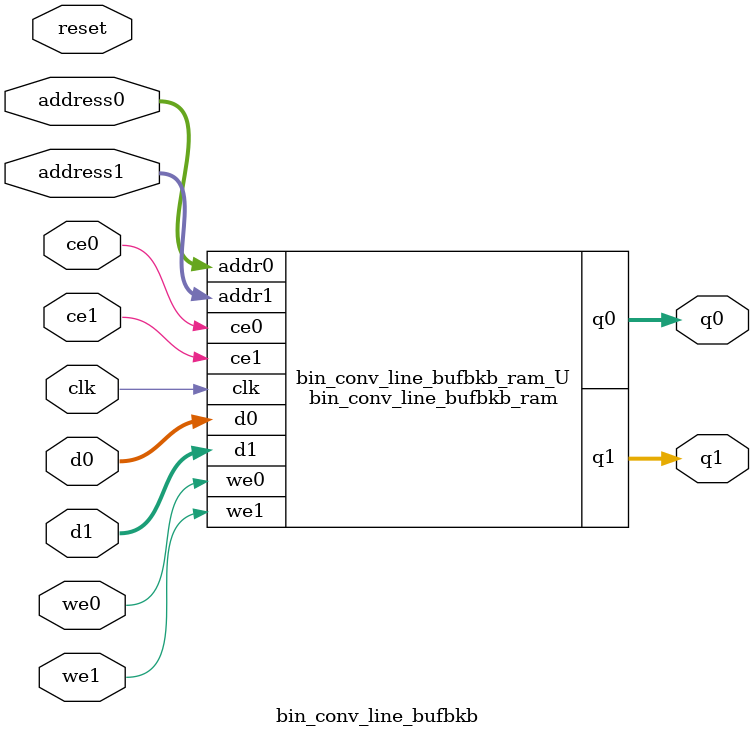
<source format=v>
`timescale 1 ns / 1 ps
module bin_conv_line_bufbkb_ram (addr0, ce0, d0, we0, q0, addr1, ce1, d1, we1, q1,  clk);

parameter DWIDTH = 2;
parameter AWIDTH = 6;
parameter MEM_SIZE = 40;

input[AWIDTH-1:0] addr0;
input ce0;
input[DWIDTH-1:0] d0;
input we0;
output reg[DWIDTH-1:0] q0;
input[AWIDTH-1:0] addr1;
input ce1;
input[DWIDTH-1:0] d1;
input we1;
output reg[DWIDTH-1:0] q1;
input clk;

(* ram_style = "block" *)reg [DWIDTH-1:0] ram[0:MEM_SIZE-1];




always @(posedge clk)  
begin 
    if (ce0) 
    begin
        if (we0) 
        begin 
            ram[addr0] <= d0; 
        end 
        q0 <= ram[addr0];
    end
end


always @(posedge clk)  
begin 
    if (ce1) 
    begin
        if (we1) 
        begin 
            ram[addr1] <= d1; 
        end 
        q1 <= ram[addr1];
    end
end


endmodule

`timescale 1 ns / 1 ps
module bin_conv_line_bufbkb(
    reset,
    clk,
    address0,
    ce0,
    we0,
    d0,
    q0,
    address1,
    ce1,
    we1,
    d1,
    q1);

parameter DataWidth = 32'd2;
parameter AddressRange = 32'd40;
parameter AddressWidth = 32'd6;
input reset;
input clk;
input[AddressWidth - 1:0] address0;
input ce0;
input we0;
input[DataWidth - 1:0] d0;
output[DataWidth - 1:0] q0;
input[AddressWidth - 1:0] address1;
input ce1;
input we1;
input[DataWidth - 1:0] d1;
output[DataWidth - 1:0] q1;



bin_conv_line_bufbkb_ram bin_conv_line_bufbkb_ram_U(
    .clk( clk ),
    .addr0( address0 ),
    .ce0( ce0 ),
    .we0( we0 ),
    .d0( d0 ),
    .q0( q0 ),
    .addr1( address1 ),
    .ce1( ce1 ),
    .we1( we1 ),
    .d1( d1 ),
    .q1( q1 ));

endmodule


</source>
